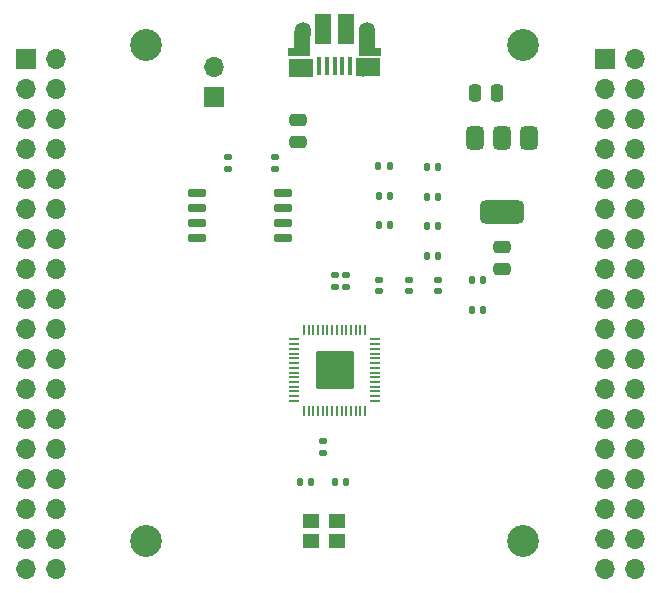
<source format=gts>
G04 #@! TF.GenerationSoftware,KiCad,Pcbnew,8.0.9-1.fc41*
G04 #@! TF.CreationDate,2025-06-25T22:37:00-07:00*
G04 #@! TF.ProjectId,rp2040_custom_devboard,72703230-3430-45f6-9375-73746f6d5f64,rev?*
G04 #@! TF.SameCoordinates,Original*
G04 #@! TF.FileFunction,Soldermask,Top*
G04 #@! TF.FilePolarity,Negative*
%FSLAX46Y46*%
G04 Gerber Fmt 4.6, Leading zero omitted, Abs format (unit mm)*
G04 Created by KiCad (PCBNEW 8.0.9-1.fc41) date 2025-06-25 22:37:00*
%MOMM*%
%LPD*%
G01*
G04 APERTURE LIST*
G04 Aperture macros list*
%AMRoundRect*
0 Rectangle with rounded corners*
0 $1 Rounding radius*
0 $2 $3 $4 $5 $6 $7 $8 $9 X,Y pos of 4 corners*
0 Add a 4 corners polygon primitive as box body*
4,1,4,$2,$3,$4,$5,$6,$7,$8,$9,$2,$3,0*
0 Add four circle primitives for the rounded corners*
1,1,$1+$1,$2,$3*
1,1,$1+$1,$4,$5*
1,1,$1+$1,$6,$7*
1,1,$1+$1,$8,$9*
0 Add four rect primitives between the rounded corners*
20,1,$1+$1,$2,$3,$4,$5,0*
20,1,$1+$1,$4,$5,$6,$7,0*
20,1,$1+$1,$6,$7,$8,$9,0*
20,1,$1+$1,$8,$9,$2,$3,0*%
G04 Aperture macros list end*
%ADD10RoundRect,0.140000X0.170000X-0.140000X0.170000X0.140000X-0.170000X0.140000X-0.170000X-0.140000X0*%
%ADD11R,1.700000X1.700000*%
%ADD12O,1.700000X1.700000*%
%ADD13C,2.700000*%
%ADD14RoundRect,0.140000X0.140000X0.170000X-0.140000X0.170000X-0.140000X-0.170000X0.140000X-0.170000X0*%
%ADD15RoundRect,0.375000X-0.375000X0.625000X-0.375000X-0.625000X0.375000X-0.625000X0.375000X0.625000X0*%
%ADD16RoundRect,0.500000X-1.400000X0.500000X-1.400000X-0.500000X1.400000X-0.500000X1.400000X0.500000X0*%
%ADD17RoundRect,0.135000X0.185000X-0.135000X0.185000X0.135000X-0.185000X0.135000X-0.185000X-0.135000X0*%
%ADD18RoundRect,0.135000X-0.185000X0.135000X-0.185000X-0.135000X0.185000X-0.135000X0.185000X0.135000X0*%
%ADD19R,0.400000X1.650000*%
%ADD20R,1.825000X0.700000*%
%ADD21R,2.000000X1.500000*%
%ADD22R,1.350000X2.000000*%
%ADD23O,1.350000X1.700000*%
%ADD24O,1.100000X1.500000*%
%ADD25R,1.430000X2.500000*%
%ADD26RoundRect,0.050000X-0.387500X-0.050000X0.387500X-0.050000X0.387500X0.050000X-0.387500X0.050000X0*%
%ADD27RoundRect,0.050000X-0.050000X-0.387500X0.050000X-0.387500X0.050000X0.387500X-0.050000X0.387500X0*%
%ADD28RoundRect,0.144000X-1.456000X-1.456000X1.456000X-1.456000X1.456000X1.456000X-1.456000X1.456000X0*%
%ADD29R,1.400000X1.200000*%
%ADD30RoundRect,0.140000X-0.140000X-0.170000X0.140000X-0.170000X0.140000X0.170000X-0.140000X0.170000X0*%
%ADD31RoundRect,0.250000X-0.475000X0.250000X-0.475000X-0.250000X0.475000X-0.250000X0.475000X0.250000X0*%
%ADD32RoundRect,0.250000X0.475000X-0.250000X0.475000X0.250000X-0.475000X0.250000X-0.475000X-0.250000X0*%
%ADD33RoundRect,0.250000X-0.250000X-0.475000X0.250000X-0.475000X0.250000X0.475000X-0.250000X0.475000X0*%
%ADD34RoundRect,0.150000X-0.650000X-0.150000X0.650000X-0.150000X0.650000X0.150000X-0.650000X0.150000X0*%
G04 APERTURE END LIST*
D10*
X149300000Y-105300000D03*
X149300000Y-104340000D03*
D11*
X132800000Y-88875000D03*
D12*
X132800000Y-86335000D03*
D13*
X159000000Y-84500000D03*
X159000000Y-126500000D03*
D14*
X151800000Y-102300000D03*
X150840000Y-102300000D03*
X151780000Y-94800000D03*
X150820000Y-94800000D03*
D15*
X159500000Y-92350000D03*
X157200000Y-92350000D03*
D16*
X157200000Y-98650000D03*
D15*
X154900000Y-92350000D03*
D17*
X143000000Y-104990000D03*
X143000000Y-103970000D03*
D13*
X127000000Y-126500000D03*
X127000000Y-84500000D03*
D14*
X151800000Y-97300000D03*
X150840000Y-97300000D03*
D18*
X142000000Y-118000000D03*
X142000000Y-119020000D03*
D11*
X116860000Y-85640000D03*
D12*
X119400000Y-85640000D03*
X116860000Y-88180000D03*
X119400000Y-88180000D03*
X116860000Y-90720000D03*
X119400000Y-90720000D03*
X116860000Y-93260000D03*
X119400000Y-93260000D03*
X116860000Y-95800000D03*
X119400000Y-95800000D03*
X116860000Y-98340000D03*
X119400000Y-98340000D03*
X116860000Y-100880000D03*
X119400000Y-100880000D03*
X116860000Y-103420000D03*
X119400000Y-103420000D03*
X116860000Y-105960000D03*
X119400000Y-105960000D03*
X116860000Y-108500000D03*
X119400000Y-108500000D03*
X116860000Y-111040000D03*
X119400000Y-111040000D03*
X116860000Y-113580000D03*
X119400000Y-113580000D03*
X116860000Y-116120000D03*
X119400000Y-116120000D03*
X116860000Y-118660000D03*
X119400000Y-118660000D03*
X116860000Y-121200000D03*
X119400000Y-121200000D03*
X116860000Y-123740000D03*
X119400000Y-123740000D03*
X116860000Y-126280000D03*
X119400000Y-126280000D03*
X116860000Y-128820000D03*
X119400000Y-128820000D03*
D14*
X155600000Y-106900000D03*
X154640000Y-106900000D03*
X147700000Y-99750000D03*
X146740000Y-99750000D03*
X155560000Y-104400000D03*
X154600000Y-104400000D03*
D18*
X138000000Y-93980000D03*
X138000000Y-95000000D03*
D10*
X146800000Y-105300000D03*
X146800000Y-104340000D03*
D19*
X144325000Y-86265000D03*
X143675000Y-86265000D03*
X143025000Y-86265000D03*
X142375000Y-86265000D03*
X141725000Y-86265000D03*
D20*
X145975000Y-85065000D03*
D21*
X145875000Y-86365000D03*
D22*
X145755000Y-84315000D03*
D23*
X145755000Y-83385000D03*
D24*
X145445000Y-86385000D03*
D25*
X143985000Y-83115000D03*
X142065000Y-83115000D03*
D24*
X140605000Y-86385000D03*
D23*
X140295000Y-83385000D03*
D22*
X140275000Y-84315000D03*
D21*
X140125000Y-86385000D03*
D20*
X140025000Y-85065000D03*
D18*
X134000000Y-93980000D03*
X134000000Y-95000000D03*
D14*
X151800000Y-99800000D03*
X150840000Y-99800000D03*
D17*
X144000000Y-105000000D03*
X144000000Y-103980000D03*
D26*
X139562500Y-109400000D03*
X139562500Y-109800000D03*
X139562500Y-110200000D03*
X139562500Y-110600000D03*
X139562500Y-111000000D03*
X139562500Y-111400000D03*
X139562500Y-111800000D03*
X139562500Y-112200000D03*
X139562500Y-112600000D03*
X139562500Y-113000000D03*
X139562500Y-113400000D03*
X139562500Y-113800000D03*
X139562500Y-114200000D03*
X139562500Y-114600000D03*
D27*
X140400000Y-115437500D03*
X140800000Y-115437500D03*
X141200000Y-115437500D03*
X141600000Y-115437500D03*
X142000000Y-115437500D03*
X142400000Y-115437500D03*
X142800000Y-115437500D03*
X143200000Y-115437500D03*
X143600000Y-115437500D03*
X144000000Y-115437500D03*
X144400000Y-115437500D03*
X144800000Y-115437500D03*
X145200000Y-115437500D03*
X145600000Y-115437500D03*
D26*
X146437500Y-114600000D03*
X146437500Y-114200000D03*
X146437500Y-113800000D03*
X146437500Y-113400000D03*
X146437500Y-113000000D03*
X146437500Y-112600000D03*
X146437500Y-112200000D03*
X146437500Y-111800000D03*
X146437500Y-111400000D03*
X146437500Y-111000000D03*
X146437500Y-110600000D03*
X146437500Y-110200000D03*
X146437500Y-109800000D03*
X146437500Y-109400000D03*
D27*
X145600000Y-108562500D03*
X145200000Y-108562500D03*
X144800000Y-108562500D03*
X144400000Y-108562500D03*
X144000000Y-108562500D03*
X143600000Y-108562500D03*
X143200000Y-108562500D03*
X142800000Y-108562500D03*
X142400000Y-108562500D03*
X142000000Y-108562500D03*
X141600000Y-108562500D03*
X141200000Y-108562500D03*
X140800000Y-108562500D03*
X140400000Y-108562500D03*
D28*
X143000000Y-112000000D03*
D29*
X141000000Y-126450000D03*
X143200000Y-126450000D03*
X143200000Y-124750000D03*
X141000000Y-124750000D03*
D14*
X147680000Y-94750000D03*
X146720000Y-94750000D03*
D30*
X140040000Y-121500000D03*
X141000000Y-121500000D03*
D14*
X143980000Y-121500000D03*
X143020000Y-121500000D03*
D31*
X157200000Y-101550000D03*
X157200000Y-103450000D03*
D11*
X165860000Y-85640000D03*
D12*
X168400000Y-85640000D03*
X165860000Y-88180000D03*
X168400000Y-88180000D03*
X165860000Y-90720000D03*
X168400000Y-90720000D03*
X165860000Y-93260000D03*
X168400000Y-93260000D03*
X165860000Y-95800000D03*
X168400000Y-95800000D03*
X165860000Y-98340000D03*
X168400000Y-98340000D03*
X165860000Y-100880000D03*
X168400000Y-100880000D03*
X165860000Y-103420000D03*
X168400000Y-103420000D03*
X165860000Y-105960000D03*
X168400000Y-105960000D03*
X165860000Y-108500000D03*
X168400000Y-108500000D03*
X165860000Y-111040000D03*
X168400000Y-111040000D03*
X165860000Y-113580000D03*
X168400000Y-113580000D03*
X165860000Y-116120000D03*
X168400000Y-116120000D03*
X165860000Y-118660000D03*
X168400000Y-118660000D03*
X165860000Y-121200000D03*
X168400000Y-121200000D03*
X165860000Y-123740000D03*
X168400000Y-123740000D03*
X165860000Y-126280000D03*
X168400000Y-126280000D03*
X165860000Y-128820000D03*
X168400000Y-128820000D03*
D32*
X139900000Y-92700000D03*
X139900000Y-90800000D03*
D10*
X151800000Y-105300000D03*
X151800000Y-104340000D03*
D14*
X147700000Y-97250000D03*
X146740000Y-97250000D03*
D33*
X154900000Y-88500000D03*
X156800000Y-88500000D03*
D34*
X131400000Y-97000000D03*
X131400000Y-98270000D03*
X131400000Y-99540000D03*
X131400000Y-100810000D03*
X138600000Y-100810000D03*
X138600000Y-99540000D03*
X138600000Y-98270000D03*
X138600000Y-97000000D03*
M02*

</source>
